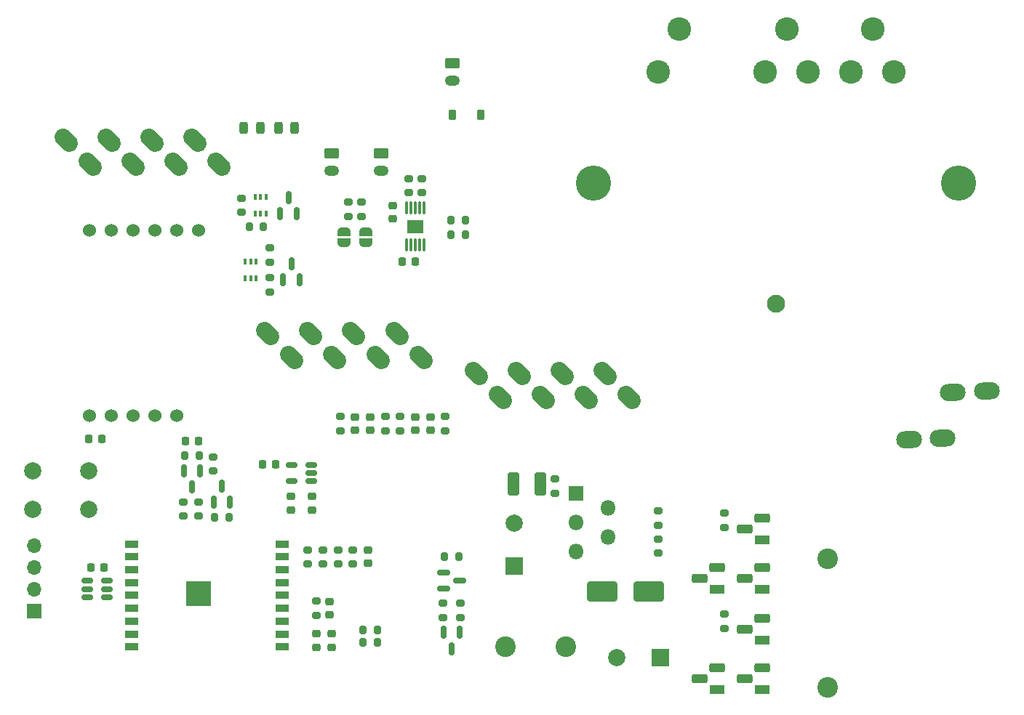
<source format=gbr>
%TF.GenerationSoftware,KiCad,Pcbnew,8.0.9-8.0.9-0~ubuntu22.04.1*%
%TF.CreationDate,2025-03-02T18:13:53+01:00*%
%TF.ProjectId,wandfernsprecher,77616e64-6665-4726-9e73-707265636865,0.1.0*%
%TF.SameCoordinates,Original*%
%TF.FileFunction,Soldermask,Top*%
%TF.FilePolarity,Negative*%
%FSLAX46Y46*%
G04 Gerber Fmt 4.6, Leading zero omitted, Abs format (unit mm)*
G04 Created by KiCad (PCBNEW 8.0.9-8.0.9-0~ubuntu22.04.1) date 2025-03-02 18:13:53*
%MOMM*%
%LPD*%
G01*
G04 APERTURE LIST*
G04 Aperture macros list*
%AMRoundRect*
0 Rectangle with rounded corners*
0 $1 Rounding radius*
0 $2 $3 $4 $5 $6 $7 $8 $9 X,Y pos of 4 corners*
0 Add a 4 corners polygon primitive as box body*
4,1,4,$2,$3,$4,$5,$6,$7,$8,$9,$2,$3,0*
0 Add four circle primitives for the rounded corners*
1,1,$1+$1,$2,$3*
1,1,$1+$1,$4,$5*
1,1,$1+$1,$6,$7*
1,1,$1+$1,$8,$9*
0 Add four rect primitives between the rounded corners*
20,1,$1+$1,$2,$3,$4,$5,0*
20,1,$1+$1,$4,$5,$6,$7,0*
20,1,$1+$1,$6,$7,$8,$9,0*
20,1,$1+$1,$8,$9,$2,$3,0*%
%AMHorizOval*
0 Thick line with rounded ends*
0 $1 width*
0 $2 $3 position (X,Y) of the first rounded end (center of the circle)*
0 $4 $5 position (X,Y) of the second rounded end (center of the circle)*
0 Add line between two ends*
20,1,$1,$2,$3,$4,$5,0*
0 Add two circle primitives to create the rounded ends*
1,1,$1,$2,$3*
1,1,$1,$4,$5*%
%AMFreePoly0*
4,1,19,0.500000,-0.750000,0.000000,-0.750000,0.000000,-0.744911,-0.071157,-0.744911,-0.207708,-0.704816,-0.327430,-0.627875,-0.420627,-0.520320,-0.479746,-0.390866,-0.500000,-0.250000,-0.500000,0.250000,-0.479746,0.390866,-0.420627,0.520320,-0.327430,0.627875,-0.207708,0.704816,-0.071157,0.744911,0.000000,0.744911,0.000000,0.750000,0.500000,0.750000,0.500000,-0.750000,0.500000,-0.750000,
$1*%
%AMFreePoly1*
4,1,19,0.000000,0.744911,0.071157,0.744911,0.207708,0.704816,0.327430,0.627875,0.420627,0.520320,0.479746,0.390866,0.500000,0.250000,0.500000,-0.250000,0.479746,-0.390866,0.420627,-0.520320,0.327430,-0.627875,0.207708,-0.704816,0.071157,-0.744911,0.000000,-0.744911,0.000000,-0.750000,-0.500000,-0.750000,-0.500000,0.750000,0.000000,0.750000,0.000000,0.744911,0.000000,0.744911,
$1*%
G04 Aperture macros list end*
%ADD10RoundRect,0.200000X0.275000X-0.200000X0.275000X0.200000X-0.275000X0.200000X-0.275000X-0.200000X0*%
%ADD11RoundRect,0.200000X0.200000X0.275000X-0.200000X0.275000X-0.200000X-0.275000X0.200000X-0.275000X0*%
%ADD12RoundRect,0.250000X0.412500X1.100000X-0.412500X1.100000X-0.412500X-1.100000X0.412500X-1.100000X0*%
%ADD13RoundRect,0.225000X-0.250000X0.225000X-0.250000X-0.225000X0.250000X-0.225000X0.250000X0.225000X0*%
%ADD14RoundRect,0.200000X-0.275000X0.200000X-0.275000X-0.200000X0.275000X-0.200000X0.275000X0.200000X0*%
%ADD15RoundRect,0.250000X-0.625000X0.350000X-0.625000X-0.350000X0.625000X-0.350000X0.625000X0.350000X0*%
%ADD16O,1.750000X1.200000*%
%ADD17FreePoly0,90.000000*%
%ADD18FreePoly1,90.000000*%
%ADD19RoundRect,0.075000X0.075000X-0.650000X0.075000X0.650000X-0.075000X0.650000X-0.075000X-0.650000X0*%
%ADD20R,1.880000X1.570000*%
%ADD21R,1.800000X1.100000*%
%ADD22RoundRect,0.275000X0.625000X-0.275000X0.625000X0.275000X-0.625000X0.275000X-0.625000X-0.275000X0*%
%ADD23R,1.500000X0.900000*%
%ADD24C,0.600000*%
%ADD25R,2.900000X2.900000*%
%ADD26RoundRect,0.100000X0.100000X-0.225000X0.100000X0.225000X-0.100000X0.225000X-0.100000X-0.225000X0*%
%ADD27RoundRect,0.225000X0.225000X0.250000X-0.225000X0.250000X-0.225000X-0.250000X0.225000X-0.250000X0*%
%ADD28R,2.000000X2.000000*%
%ADD29C,2.000000*%
%ADD30RoundRect,0.225000X-0.225000X-0.375000X0.225000X-0.375000X0.225000X0.375000X-0.225000X0.375000X0*%
%ADD31RoundRect,0.150000X0.512500X0.150000X-0.512500X0.150000X-0.512500X-0.150000X0.512500X-0.150000X0*%
%ADD32RoundRect,0.225000X0.250000X-0.225000X0.250000X0.225000X-0.250000X0.225000X-0.250000X-0.225000X0*%
%ADD33RoundRect,0.150000X0.150000X-0.587500X0.150000X0.587500X-0.150000X0.587500X-0.150000X-0.587500X0*%
%ADD34RoundRect,0.200000X-0.200000X-0.275000X0.200000X-0.275000X0.200000X0.275000X-0.200000X0.275000X0*%
%ADD35C,1.524000*%
%ADD36RoundRect,0.243750X0.243750X0.456250X-0.243750X0.456250X-0.243750X-0.456250X0.243750X-0.456250X0*%
%ADD37RoundRect,0.225000X-0.225000X-0.250000X0.225000X-0.250000X0.225000X0.250000X-0.225000X0.250000X0*%
%ADD38HorizOval,2.000000X-0.353553X0.353553X0.353553X-0.353553X0*%
%ADD39RoundRect,0.150000X-0.150000X0.587500X-0.150000X-0.587500X0.150000X-0.587500X0.150000X0.587500X0*%
%ADD40C,2.400000*%
%ADD41R,1.800000X1.800000*%
%ADD42O,1.800000X1.800000*%
%ADD43RoundRect,0.150000X-0.587500X-0.150000X0.587500X-0.150000X0.587500X0.150000X-0.587500X0.150000X0*%
%ADD44RoundRect,0.250000X1.500000X0.900000X-1.500000X0.900000X-1.500000X-0.900000X1.500000X-0.900000X0*%
%ADD45C,4.100000*%
%ADD46C,2.100000*%
%ADD47C,2.750000*%
%ADD48R,1.700000X1.700000*%
%ADD49O,1.700000X1.700000*%
%ADD50HorizOval,2.000000X0.499631X0.019194X-0.499631X-0.019194X0*%
G04 APERTURE END LIST*
D10*
%TO.C,R30*%
X97250000Y-90075000D03*
X97250000Y-88425000D03*
%TD*%
%TO.C,R2*%
X93000000Y-117825000D03*
X93000000Y-116175000D03*
%TD*%
D11*
%TO.C,R22*%
X71325000Y-120687500D03*
X69675000Y-120687500D03*
%TD*%
D12*
%TO.C,C13*%
X111062500Y-124000000D03*
X107937500Y-124000000D03*
%TD*%
D10*
%TO.C,R24*%
X79581250Y-98150000D03*
X79581250Y-96500000D03*
%TD*%
D13*
%TO.C,C8*%
X82000000Y-125475000D03*
X82000000Y-127025000D03*
%TD*%
D14*
%TO.C,R19*%
X85000000Y-137675000D03*
X85000000Y-139325000D03*
%TD*%
D15*
%TO.C,BT1*%
X92550000Y-85500000D03*
D16*
X92550000Y-87500000D03*
%TD*%
D17*
%TO.C,JP2*%
X88250000Y-95900000D03*
D18*
X88250000Y-94600000D03*
%TD*%
D14*
%TO.C,R5*%
X84000000Y-131675000D03*
X84000000Y-133325000D03*
%TD*%
D11*
%TO.C,R23*%
X74825000Y-127937500D03*
X73175000Y-127937500D03*
%TD*%
D19*
%TO.C,U3*%
X95500000Y-96150000D03*
X96000000Y-96150000D03*
X96500000Y-96150000D03*
X97000000Y-96150000D03*
X97500000Y-96150000D03*
X97500000Y-91850000D03*
X97000000Y-91850000D03*
X96500000Y-91850000D03*
X96000000Y-91850000D03*
X95500000Y-91850000D03*
D20*
X96500000Y-94000000D03*
%TD*%
D21*
%TO.C,Q5*%
X136900000Y-136250000D03*
D22*
X134830000Y-134980000D03*
X136900000Y-133710000D03*
%TD*%
D23*
%TO.C,U2*%
X81000000Y-143000000D03*
X81000000Y-141500000D03*
X81000000Y-140000000D03*
X81000000Y-138500000D03*
X81000000Y-137000000D03*
X81000000Y-135500000D03*
X81000000Y-134000000D03*
X81000000Y-132500000D03*
X81000000Y-131000000D03*
X63500000Y-131000000D03*
X63500000Y-132500000D03*
X63500000Y-134000000D03*
X63500000Y-135500000D03*
X63500000Y-137000000D03*
X63500000Y-138500000D03*
X63500000Y-140000000D03*
X63500000Y-141500000D03*
X63500000Y-143000000D03*
D24*
X72390000Y-137350000D03*
X72390000Y-136250000D03*
X71840000Y-137900000D03*
X71840000Y-136800000D03*
X71840000Y-135700000D03*
X71290000Y-137350000D03*
D25*
X71290000Y-136800000D03*
D24*
X71290000Y-136250000D03*
X70740000Y-137900000D03*
X70740000Y-136800000D03*
X70740000Y-135700000D03*
X70190000Y-137350000D03*
X70190000Y-136250000D03*
%TD*%
D26*
%TO.C,Q9*%
X76681250Y-100025000D03*
X77331250Y-100025000D03*
X77981250Y-100025000D03*
X77981250Y-98125000D03*
X77331250Y-98125000D03*
X76681250Y-98125000D03*
%TD*%
D14*
%TO.C,R10*%
X101750000Y-137925000D03*
X101750000Y-139575000D03*
%TD*%
D27*
%TO.C,C9*%
X80275000Y-121750000D03*
X78725000Y-121750000D03*
%TD*%
D14*
%TO.C,R27*%
X76250000Y-90725000D03*
X76250000Y-92375000D03*
%TD*%
D28*
%TO.C,C14*%
X125000000Y-144250000D03*
D29*
X120000000Y-144250000D03*
%TD*%
D30*
%TO.C,D4*%
X100850000Y-81000000D03*
X104150000Y-81000000D03*
%TD*%
D31*
%TO.C,U8*%
X84387500Y-123700000D03*
X84387500Y-122750000D03*
X84387500Y-121800000D03*
X82112500Y-121800000D03*
X82112500Y-123700000D03*
%TD*%
D14*
%TO.C,R18*%
X124750000Y-127175000D03*
X124750000Y-128825000D03*
%TD*%
D32*
%TO.C,C3*%
X98250000Y-117775000D03*
X98250000Y-116225000D03*
%TD*%
%TO.C,C4*%
X96500000Y-117775000D03*
X96500000Y-116225000D03*
%TD*%
D14*
%TO.C,R6*%
X85750000Y-131675000D03*
X85750000Y-133325000D03*
%TD*%
D13*
%TO.C,C5*%
X85000000Y-141475000D03*
X85000000Y-143025000D03*
%TD*%
D14*
%TO.C,R25*%
X79581250Y-100000000D03*
X79581250Y-101650000D03*
%TD*%
D33*
%TO.C,Q11*%
X73050000Y-126125000D03*
X74950000Y-126125000D03*
X74000000Y-124250000D03*
%TD*%
D14*
%TO.C,R9*%
X99750000Y-137925000D03*
X99750000Y-139575000D03*
%TD*%
D34*
%TO.C,R32*%
X100675000Y-95000000D03*
X102325000Y-95000000D03*
%TD*%
D29*
%TO.C,SW4*%
X58500000Y-127000000D03*
X52000000Y-127000000D03*
X58500000Y-122500000D03*
X52000000Y-122500000D03*
%TD*%
D35*
%TO.C,U1*%
X58555000Y-116045000D03*
X61095000Y-116045000D03*
X63635000Y-116045000D03*
X66175000Y-116045000D03*
X68715000Y-116045000D03*
X71255000Y-94455000D03*
X68715000Y-94455000D03*
X66175000Y-94455000D03*
X63635000Y-94455000D03*
X61095000Y-94455000D03*
X58555000Y-94455000D03*
%TD*%
D36*
%TO.C,D2*%
X78437500Y-82500000D03*
X76562500Y-82500000D03*
%TD*%
D10*
%TO.C,R4*%
X94750000Y-117825000D03*
X94750000Y-116175000D03*
%TD*%
D14*
%TO.C,R17*%
X124750000Y-130425000D03*
X124750000Y-132075000D03*
%TD*%
%TO.C,R7*%
X87500000Y-131675000D03*
X87500000Y-133325000D03*
%TD*%
D32*
%TO.C,C2*%
X89500000Y-117775000D03*
X89500000Y-116225000D03*
%TD*%
D14*
%TO.C,R13*%
X132500000Y-127425000D03*
X132500000Y-129075000D03*
%TD*%
%TO.C,R16*%
X112750000Y-123425000D03*
X112750000Y-125075000D03*
%TD*%
D34*
%TO.C,R8*%
X99925000Y-132500000D03*
X101575000Y-132500000D03*
%TD*%
D11*
%TO.C,R11*%
X92075000Y-141000000D03*
X90425000Y-141000000D03*
%TD*%
D13*
%TO.C,C7*%
X93840000Y-91550000D03*
X93840000Y-93100000D03*
%TD*%
D33*
%TO.C,Q12*%
X81131250Y-100212500D03*
X83031250Y-100212500D03*
X82081250Y-98337500D03*
%TD*%
D37*
%TO.C,C17*%
X58725000Y-133750000D03*
X60275000Y-133750000D03*
%TD*%
D38*
%TO.C,ES1*%
X103600000Y-111100000D03*
X106400000Y-113900000D03*
X108600000Y-111100000D03*
X111400000Y-113900000D03*
X113600000Y-111100000D03*
X116400000Y-113900000D03*
X118600000Y-111100000D03*
X121400000Y-113900000D03*
%TD*%
D21*
%TO.C,Q6*%
X136900000Y-142250000D03*
D22*
X134830000Y-140980000D03*
X136900000Y-139710000D03*
%TD*%
D11*
%TO.C,R34*%
X78825000Y-94050000D03*
X77175000Y-94050000D03*
%TD*%
D33*
%TO.C,Q14*%
X80800000Y-92487500D03*
X82700000Y-92487500D03*
X81750000Y-90612500D03*
%TD*%
D11*
%TO.C,R12*%
X92075000Y-142500000D03*
X90425000Y-142500000D03*
%TD*%
D17*
%TO.C,JP1*%
X90750000Y-95900000D03*
D18*
X90750000Y-94600000D03*
%TD*%
D39*
%TO.C,Q8*%
X101700000Y-141312500D03*
X99800000Y-141312500D03*
X100750000Y-143187500D03*
%TD*%
D15*
%TO.C,SW3*%
X100799999Y-75000000D03*
D16*
X100799999Y-77000000D03*
%TD*%
D38*
%TO.C,J1*%
X55850000Y-83975000D03*
X58650000Y-86775000D03*
X60850000Y-83975000D03*
X63650000Y-86775000D03*
X65850000Y-83975000D03*
X68650000Y-86775000D03*
X70850000Y-83975000D03*
X73650000Y-86775000D03*
%TD*%
D21*
%TO.C,Q7*%
X136900000Y-148000000D03*
D22*
X134830000Y-146730000D03*
X136900000Y-145460000D03*
%TD*%
D40*
%TO.C,C15*%
X144500000Y-147750000D03*
X144500000Y-132750000D03*
%TD*%
D13*
%TO.C,C10*%
X84500000Y-125475000D03*
X84500000Y-127025000D03*
%TD*%
D37*
%TO.C,C11*%
X58475000Y-118750000D03*
X60025000Y-118750000D03*
%TD*%
D31*
%TO.C,U5*%
X60637500Y-137200000D03*
X60637500Y-136250000D03*
X60637500Y-135300000D03*
X58362500Y-135300000D03*
X58362500Y-136250000D03*
X58362500Y-137200000D03*
%TD*%
D38*
%TO.C,NS1*%
X79350000Y-106475000D03*
X82150000Y-109275000D03*
X84350000Y-106475000D03*
X87150000Y-109275000D03*
X89350000Y-106475000D03*
X92150000Y-109275000D03*
X94350000Y-106475000D03*
X97150000Y-109275000D03*
%TD*%
D32*
%TO.C,C20*%
X86500000Y-139275000D03*
X86500000Y-137725000D03*
%TD*%
D14*
%TO.C,R21*%
X69500000Y-126112500D03*
X69500000Y-127762500D03*
%TD*%
D41*
%TO.C,U4*%
X115250000Y-125117677D03*
D42*
X118950000Y-126817677D03*
X115250000Y-128517677D03*
X118950000Y-130217677D03*
X115250000Y-131917677D03*
%TD*%
D13*
%TO.C,C19*%
X86750000Y-141475000D03*
X86750000Y-143025000D03*
%TD*%
D37*
%TO.C,C6*%
X94975000Y-98075000D03*
X96525000Y-98075000D03*
%TD*%
D32*
%TO.C,C16*%
X91000000Y-133275000D03*
X91000000Y-131725000D03*
%TD*%
D10*
%TO.C,R31*%
X95750000Y-90075000D03*
X95750000Y-88425000D03*
%TD*%
D43*
%TO.C,Q1*%
X99812500Y-134300000D03*
X99812500Y-136200000D03*
X101687500Y-135250000D03*
%TD*%
D10*
%TO.C,R20*%
X71250000Y-127762500D03*
X71250000Y-126112500D03*
%TD*%
%TO.C,R3*%
X100000000Y-117825000D03*
X100000000Y-116175000D03*
%TD*%
%TO.C,R1*%
X87750000Y-117825000D03*
X87750000Y-116175000D03*
%TD*%
%TO.C,R26*%
X73000000Y-122512500D03*
X73000000Y-120862500D03*
%TD*%
D14*
%TO.C,R14*%
X132500000Y-139175000D03*
X132500000Y-140825000D03*
%TD*%
D36*
%TO.C,D3*%
X82437500Y-82500000D03*
X80562500Y-82500000D03*
%TD*%
D21*
%TO.C,Q4*%
X136900000Y-130500000D03*
D22*
X134830000Y-129230000D03*
X136900000Y-127960000D03*
%TD*%
D39*
%TO.C,Q10*%
X71450000Y-122500000D03*
X69550000Y-122500000D03*
X70500000Y-124375000D03*
%TD*%
D21*
%TO.C,Q2*%
X131650000Y-136250000D03*
D22*
X129580000Y-134980000D03*
X131650000Y-133710000D03*
%TD*%
D21*
%TO.C,Q3*%
X131650000Y-148000000D03*
D22*
X129580000Y-146730000D03*
X131650000Y-145460000D03*
%TD*%
D44*
%TO.C,D1*%
X123700000Y-136500000D03*
X118300000Y-136500000D03*
%TD*%
D34*
%TO.C,R33*%
X100675000Y-93250000D03*
X102325000Y-93250000D03*
%TD*%
D10*
%TO.C,R15*%
X89250000Y-133325000D03*
X89250000Y-131675000D03*
%TD*%
D28*
%TO.C,C12*%
X108000000Y-133617677D03*
D29*
X108000000Y-128617677D03*
%TD*%
D26*
%TO.C,Q13*%
X77850000Y-92500000D03*
X78500000Y-92500000D03*
X79150000Y-92500000D03*
X79150000Y-90600000D03*
X78500000Y-90600000D03*
X77850000Y-90600000D03*
%TD*%
D27*
%TO.C,C18*%
X71275000Y-119000000D03*
X69725000Y-119000000D03*
%TD*%
D45*
%TO.C,GS1*%
X117250000Y-89000000D03*
D46*
X138500000Y-103000000D03*
D45*
X159750000Y-89000000D03*
D47*
X124750000Y-76000000D03*
X127250000Y-71000000D03*
X137250000Y-76000000D03*
X139750000Y-71000000D03*
X142250000Y-76000000D03*
X147250000Y-76000000D03*
X149750000Y-71000000D03*
X152250000Y-76000000D03*
%TD*%
D14*
%TO.C,R28*%
X90250000Y-91175000D03*
X90250000Y-92825000D03*
%TD*%
%TO.C,R29*%
X88750000Y-91175000D03*
X88750000Y-92825000D03*
%TD*%
D40*
%TO.C,L2*%
X107000000Y-143000000D03*
X114000000Y-143000000D03*
%TD*%
D32*
%TO.C,C1*%
X91250000Y-117775000D03*
X91250000Y-116225000D03*
%TD*%
D48*
%TO.C,J3*%
X52137500Y-138800000D03*
D49*
X52137500Y-136260000D03*
X52137500Y-133720000D03*
X52137500Y-131180000D03*
%TD*%
D15*
%TO.C,J2*%
X86800000Y-85500000D03*
D16*
X86800000Y-87500000D03*
%TD*%
D50*
%TO.C,L1*%
X163026345Y-113172509D03*
X159069465Y-113324517D03*
X157930535Y-118675483D03*
X153973655Y-118827491D03*
%TD*%
M02*

</source>
